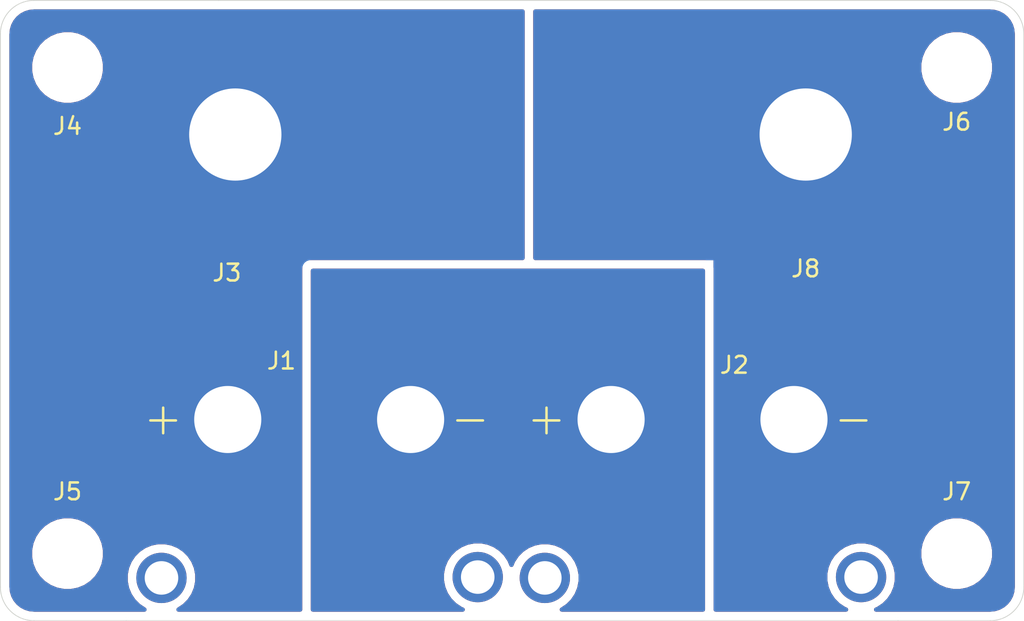
<source format=kicad_pcb>
(kicad_pcb (version 20171130) (host pcbnew 5.1.6-c6e7f7d~87~ubuntu18.04.1)

  (general
    (thickness 1.6)
    (drawings 19)
    (tracks 0)
    (zones 0)
    (modules 8)
    (nets 4)
  )

  (page A4)
  (layers
    (0 F.Cu signal hide)
    (31 B.Cu signal hide)
    (32 B.Adhes user)
    (33 F.Adhes user)
    (34 B.Paste user)
    (35 F.Paste user)
    (36 B.SilkS user)
    (37 F.SilkS user)
    (38 B.Mask user hide)
    (39 F.Mask user hide)
    (40 Dwgs.User user hide)
    (41 Cmts.User user hide)
    (42 Eco1.User user hide)
    (43 Eco2.User user hide)
    (44 Edge.Cuts user)
    (45 Margin user hide)
    (46 B.CrtYd user hide)
    (47 F.CrtYd user hide)
    (48 B.Fab user hide)
    (49 F.Fab user hide)
  )

  (setup
    (last_trace_width 0.25)
    (user_trace_width 7.5)
    (user_trace_width 10)
    (user_trace_width 20)
    (trace_clearance 0.2)
    (zone_clearance 0.508)
    (zone_45_only no)
    (trace_min 0.2)
    (via_size 0.8)
    (via_drill 0.4)
    (via_min_size 0.4)
    (via_min_drill 0.3)
    (uvia_size 0.3)
    (uvia_drill 0.1)
    (uvias_allowed no)
    (uvia_min_size 0.2)
    (uvia_min_drill 0.1)
    (edge_width 0.05)
    (segment_width 0.2)
    (pcb_text_width 0.3)
    (pcb_text_size 1.5 1.5)
    (mod_edge_width 0.12)
    (mod_text_size 1 1)
    (mod_text_width 0.15)
    (pad_size 5.5 5.5)
    (pad_drill 4)
    (pad_to_mask_clearance 0.1)
    (solder_mask_min_width 0.25)
    (aux_axis_origin 19.75 20.75)
    (visible_elements FFFFEFFF)
    (pcbplotparams
      (layerselection 0x010fc_ffffffff)
      (usegerberextensions true)
      (usegerberattributes false)
      (usegerberadvancedattributes false)
      (creategerberjobfile false)
      (excludeedgelayer true)
      (linewidth 0.100000)
      (plotframeref false)
      (viasonmask true)
      (mode 1)
      (useauxorigin true)
      (hpglpennumber 1)
      (hpglpenspeed 20)
      (hpglpendiameter 15.000000)
      (psnegative false)
      (psa4output false)
      (plotreference true)
      (plotvalue true)
      (plotinvisibletext false)
      (padsonsilk false)
      (subtractmaskfromsilk false)
      (outputformat 1)
      (mirror false)
      (drillshape 0)
      (scaleselection 1)
      (outputdirectory "garber/"))
  )

  (net 0 "")
  (net 1 "Net-(J1-Pad2)")
  (net 2 VCC)
  (net 3 GND)

  (net_class Default "This is the default net class."
    (clearance 0.2)
    (trace_width 0.25)
    (via_dia 0.8)
    (via_drill 0.4)
    (uvia_dia 0.3)
    (uvia_drill 0.1)
    (add_net GND)
    (add_net "Net-(J1-Pad2)")
    (add_net VCC)
  )

  (module xt_connector:R6-bolt (layer F.Cu) (tedit 5F5733B5) (tstamp 5F5735A3)
    (at 67.8 20.2)
    (path /5F574D3A)
    (fp_text reference J8 (at 0.2 16.8) (layer F.SilkS)
      (effects (font (size 1 1) (thickness 0.15)))
    )
    (fp_text value "minus -" (at 0 -0.5) (layer F.Fab)
      (effects (font (size 1 1) (thickness 0.15)))
    )
    (pad 1 thru_hole circle (at 0.2 8.8) (size 13 13) (drill 5.5) (layers *.Cu *.Mask)
      (net 3 GND))
  )

  (module xt_connector:R6-bolt (layer F.Cu) (tedit 5F5733B5) (tstamp 5F643C1D)
    (at 33.8 20.2)
    (path /5F5746DE)
    (fp_text reference J3 (at -0.3 17.05) (layer F.SilkS)
      (effects (font (size 1 1) (thickness 0.15)))
    )
    (fp_text value "plus +" (at 0 -0.5) (layer F.Fab)
      (effects (font (size 1 1) (thickness 0.15)))
    )
    (pad 1 thru_hole circle (at 0.2 8.8) (size 13 13) (drill 5.5) (layers *.Cu *.Mask)
      (net 2 VCC))
  )

  (module MountingHole:MountingHole_2.7mm_M2.5 (layer F.Cu) (tedit 5F55A1CB) (tstamp 5EA643F2)
    (at 77 54)
    (descr "Mounting Hole 2.7mm, no annular, M2.5")
    (tags "mounting hole 2.7mm no annular m2.5")
    (path /5EA65C46)
    (attr virtual)
    (fp_text reference J7 (at 0 -3.7) (layer F.SilkS)
      (effects (font (size 1 1) (thickness 0.15)))
    )
    (fp_text value Conn_01x01_Male (at 0 3.7) (layer F.Fab)
      (effects (font (size 1 1) (thickness 0.15)))
    )
    (fp_circle (center 0 0) (end 2.95 0) (layer F.CrtYd) (width 0.05))
    (fp_circle (center 0 0) (end 2.7 0) (layer Cmts.User) (width 0.15))
    (fp_text user %R (at 0.3 0) (layer F.Fab)
      (effects (font (size 1 1) (thickness 0.15)))
    )
    (pad "" np_thru_hole circle (at 0 0) (size 3.2 3.2) (drill 3.2) (layers *.Cu *.Mask))
  )

  (module MountingHole:MountingHole_2.7mm_M2.5 (layer F.Cu) (tedit 5F55A207) (tstamp 5EA643DD)
    (at 77 25)
    (descr "Mounting Hole 2.7mm, no annular, M2.5")
    (tags "mounting hole 2.7mm no annular m2.5")
    (path /5EA65A4E)
    (attr virtual)
    (fp_text reference J6 (at 0 3.25) (layer F.SilkS)
      (effects (font (size 1 1) (thickness 0.15)))
    )
    (fp_text value Conn_01x01_Male (at 0 3.7) (layer F.Fab)
      (effects (font (size 1 1) (thickness 0.15)))
    )
    (fp_circle (center 0 0) (end 2.95 0) (layer F.CrtYd) (width 0.05))
    (fp_circle (center 0 0) (end 2.7 0) (layer Cmts.User) (width 0.15))
    (fp_text user %R (at 0.3 0) (layer F.Fab)
      (effects (font (size 1 1) (thickness 0.15)))
    )
    (pad "" np_thru_hole circle (at 0 0) (size 3.2 3.2) (drill 3.2) (layers *.Cu *.Mask))
  )

  (module MountingHole:MountingHole_2.7mm_M2.5 (layer F.Cu) (tedit 5F55A23F) (tstamp 5EA644D6)
    (at 24 54)
    (descr "Mounting Hole 2.7mm, no annular, M2.5")
    (tags "mounting hole 2.7mm no annular m2.5")
    (path /5EA65961)
    (attr virtual)
    (fp_text reference J5 (at 0 -3.7) (layer F.SilkS)
      (effects (font (size 1 1) (thickness 0.15)))
    )
    (fp_text value Conn_01x01_Male (at 0 3.7) (layer F.Fab)
      (effects (font (size 1 1) (thickness 0.15)))
    )
    (fp_circle (center 0 0) (end 2.95 0) (layer F.CrtYd) (width 0.05))
    (fp_circle (center 0 0) (end 2.7 0) (layer Cmts.User) (width 0.15))
    (fp_text user %R (at 0.3 0) (layer F.Fab)
      (effects (font (size 1 1) (thickness 0.15)))
    )
    (pad "" np_thru_hole circle (at 0 0) (size 3.2 3.2) (drill 3.2) (layers *.Cu *.Mask))
  )

  (module MountingHole:MountingHole_2.7mm_M2.5 (layer F.Cu) (tedit 5F55A22A) (tstamp 5EA64437)
    (at 24 25)
    (descr "Mounting Hole 2.7mm, no annular, M2.5")
    (tags "mounting hole 2.7mm no annular m2.5")
    (path /5EA64B4A)
    (attr virtual)
    (fp_text reference J4 (at 0 3.5) (layer F.SilkS)
      (effects (font (size 1 1) (thickness 0.15)))
    )
    (fp_text value Conn_01x01_Male (at 0 3.7) (layer F.Fab)
      (effects (font (size 1 1) (thickness 0.15)))
    )
    (fp_circle (center 0 0) (end 2.95 0) (layer F.CrtYd) (width 0.05))
    (fp_circle (center 0 0) (end 2.7 0) (layer Cmts.User) (width 0.15))
    (fp_text user %R (at 0.3 0) (layer F.Fab)
      (effects (font (size 1 1) (thickness 0.15)))
    )
    (pad "" np_thru_hole circle (at 0 0) (size 3.2 3.2) (drill 3.2) (layers *.Cu *.Mask))
  )

  (module xt_connector:XT90 (layer F.Cu) (tedit 5EA63EDE) (tstamp 5F643C41)
    (at 61.85 46)
    (path /5EA3BF0A)
    (fp_text reference J2 (at 1.9 -3.25) (layer F.SilkS)
      (effects (font (size 1 1) (thickness 0.15)))
    )
    (fp_text value Barrel_Jack_MountingPin (at 0 -4.3) (layer F.Fab)
      (effects (font (size 1 1) (thickness 0.15)))
    )
    (fp_text user - (at 9 -0.1) (layer F.SilkS)
      (effects (font (size 2 2) (thickness 0.15)))
    )
    (fp_text user + (at -9.3 -0.1) (layer F.SilkS)
      (effects (font (size 2 2) (thickness 0.15)))
    )
    (pad MP thru_hole circle (at -9.4 9.45) (size 3 3) (drill 2) (layers *.Cu *.Mask))
    (pad MP2 thru_hole circle (at 9.45 9.4) (size 3 3) (drill 2) (layers *.Cu *.Mask))
    (pad 2 thru_hole circle (at 5.45 0) (size 5 5) (drill 4) (layers *.Cu *.Mask)
      (net 3 GND))
    (pad 1 thru_hole circle (at -5.45 0) (size 5 5) (drill 4) (layers *.Cu *.Mask)
      (net 1 "Net-(J1-Pad2)"))
  )

  (module xt_connector:XT90 (layer F.Cu) (tedit 5EA63EDE) (tstamp 5EA643B2)
    (at 39 46)
    (path /5EA3B4E7)
    (fp_text reference J1 (at -2.25 -3.5) (layer F.SilkS)
      (effects (font (size 1 1) (thickness 0.15)))
    )
    (fp_text value Barrel_Jack_MountingPin (at 0 -4.3) (layer F.Fab)
      (effects (font (size 1 1) (thickness 0.15)))
    )
    (fp_text user - (at 9 -0.1) (layer F.SilkS)
      (effects (font (size 2 2) (thickness 0.15)))
    )
    (fp_text user + (at -9.3 -0.1) (layer F.SilkS)
      (effects (font (size 2 2) (thickness 0.15)))
    )
    (pad MP thru_hole circle (at -9.4 9.45) (size 3 3) (drill 2) (layers *.Cu *.Mask))
    (pad MP2 thru_hole circle (at 9.45 9.4) (size 3 3) (drill 2) (layers *.Cu *.Mask))
    (pad 2 thru_hole circle (at 5.45 0) (size 5 5) (drill 4) (layers *.Cu *.Mask)
      (net 1 "Net-(J1-Pad2)"))
    (pad 1 thru_hole circle (at -5.45 0) (size 5 5) (drill 4) (layers *.Cu *.Mask)
      (net 2 VCC))
  )

  (dimension 22 (width 0.15) (layer Eco2.User)
    (gr_text "22.000 mm" (at 93.55 47 90) (layer Eco2.User)
      (effects (font (size 1 1) (thickness 0.15)))
    )
    (feature1 (pts (xy 69.25 36) (xy 92.836421 36)))
    (feature2 (pts (xy 69.25 58) (xy 92.836421 58)))
    (crossbar (pts (xy 92.25 58) (xy 92.25 36)))
    (arrow1a (pts (xy 92.25 36) (xy 92.836421 37.126504)))
    (arrow1b (pts (xy 92.25 36) (xy 91.663579 37.126504)))
    (arrow2a (pts (xy 92.25 58) (xy 92.836421 56.873496)))
    (arrow2b (pts (xy 92.25 58) (xy 91.663579 56.873496)))
  )
  (dimension 2.75 (width 0.15) (layer Eco2.User)
    (gr_text "2.750 mm" (at 75.625 62.3) (layer Eco2.User)
      (effects (font (size 1 1) (thickness 0.15)))
    )
    (feature1 (pts (xy 77 54) (xy 77 61.586421)))
    (feature2 (pts (xy 74.25 54) (xy 74.25 61.586421)))
    (crossbar (pts (xy 74.25 61) (xy 77 61)))
    (arrow1a (pts (xy 77 61) (xy 75.873496 61.586421)))
    (arrow1b (pts (xy 77 61) (xy 75.873496 60.413579)))
    (arrow2a (pts (xy 74.25 61) (xy 75.376504 61.586421)))
    (arrow2b (pts (xy 74.25 61) (xy 75.376504 60.413579)))
  )
  (dimension 4.007805 (width 0.15) (layer Eco2.User)
    (gr_text "4.008 mm" (at 87.605347 23.655022 86.42366563) (layer Eco2.User)
      (effects (font (size 1 1) (thickness 0.15)))
    )
    (feature1 (pts (xy 77 25) (xy 86.768158 25.61051)))
    (feature2 (pts (xy 77.25 21) (xy 87.018158 21.61051)))
    (crossbar (pts (xy 86.432879 21.57393) (xy 86.182879 25.57393)))
    (arrow1a (pts (xy 86.182879 25.57393) (xy 85.66787 24.41304)))
    (arrow1b (pts (xy 86.182879 25.57393) (xy 86.838427 24.4862)))
    (arrow2a (pts (xy 86.432879 21.57393) (xy 85.777331 22.66166)))
    (arrow2b (pts (xy 86.432879 21.57393) (xy 86.947888 22.73482)))
  )
  (dimension 4 (width 0.15) (layer Eco2.User)
    (gr_text "4.000 mm" (at 79 14.2) (layer Eco2.User)
      (effects (font (size 1 1) (thickness 0.15)))
    )
    (feature1 (pts (xy 81 25) (xy 81 14.913579)))
    (feature2 (pts (xy 77 25) (xy 77 14.913579)))
    (crossbar (pts (xy 77 15.5) (xy 81 15.5)))
    (arrow1a (pts (xy 81 15.5) (xy 79.873496 16.086421)))
    (arrow1b (pts (xy 81 15.5) (xy 79.873496 14.913579)))
    (arrow2a (pts (xy 77 15.5) (xy 78.126504 16.086421)))
    (arrow2b (pts (xy 77 15.5) (xy 78.126504 14.913579)))
  )
  (dimension 4 (width 0.15) (layer Eco2.User)
    (gr_text "4.000 mm" (at 88.8 56 270) (layer Eco2.User)
      (effects (font (size 1 1) (thickness 0.15)))
    )
    (feature1 (pts (xy 77 58) (xy 88.086421 58)))
    (feature2 (pts (xy 77 54) (xy 88.086421 54)))
    (crossbar (pts (xy 87.5 54) (xy 87.5 58)))
    (arrow1a (pts (xy 87.5 58) (xy 86.913579 56.873496)))
    (arrow1b (pts (xy 87.5 58) (xy 88.086421 56.873496)))
    (arrow2a (pts (xy 87.5 54) (xy 86.913579 55.126504)))
    (arrow2b (pts (xy 87.5 54) (xy 88.086421 55.126504)))
  )
  (dimension 4 (width 0.15) (layer Eco2.User)
    (gr_text "4.000 mm" (at 79 65.55) (layer Eco2.User)
      (effects (font (size 1 1) (thickness 0.15)))
    )
    (feature1 (pts (xy 81 54) (xy 81 64.836421)))
    (feature2 (pts (xy 77 54) (xy 77 64.836421)))
    (crossbar (pts (xy 77 64.25) (xy 81 64.25)))
    (arrow1a (pts (xy 81 64.25) (xy 79.873496 64.836421)))
    (arrow1b (pts (xy 81 64.25) (xy 79.873496 63.663579)))
    (arrow2a (pts (xy 77 64.25) (xy 78.126504 64.836421)))
    (arrow2b (pts (xy 77 64.25) (xy 78.126504 63.663579)))
  )
  (dimension 61 (width 0.15) (layer Eco1.User) (tstamp 5EA64710)
    (gr_text "61.000 mm" (at 50.5 70.8) (layer Eco1.User) (tstamp 5EA64710)
      (effects (font (size 1 1) (thickness 0.15)))
    )
    (feature1 (pts (xy 20 56) (xy 20 70.086421)))
    (feature2 (pts (xy 81 56) (xy 81 70.086421)))
    (crossbar (pts (xy 81 69.5) (xy 20 69.5)))
    (arrow1a (pts (xy 20 69.5) (xy 21.126504 68.913579)))
    (arrow1b (pts (xy 20 69.5) (xy 21.126504 70.086421)))
    (arrow2a (pts (xy 81 69.5) (xy 79.873496 68.913579)))
    (arrow2b (pts (xy 81 69.5) (xy 79.873496 70.086421)))
  )
  (gr_line (start 79 58) (end 73.5 58) (layer Edge.Cuts) (width 0.05) (tstamp 5EA64544))
  (gr_line (start 22 21) (end 33 21) (layer Edge.Cuts) (width 0.05) (tstamp 5EA64543))
  (gr_line (start 27.5 58) (end 22 58) (layer Edge.Cuts) (width 0.05) (tstamp 5EA64542))
  (gr_line (start 81 56) (end 81 23) (layer Edge.Cuts) (width 0.05) (tstamp 5EA64401))
  (dimension 37 (width 0.15) (layer Eco1.User)
    (gr_text "37.000 mm" (at 15.2 39.5 270) (layer Eco1.User)
      (effects (font (size 1 1) (thickness 0.15)))
    )
    (feature1 (pts (xy 23 58) (xy 15.913579 58)))
    (feature2 (pts (xy 23 21) (xy 15.913579 21)))
    (crossbar (pts (xy 16.5 21) (xy 16.5 58)))
    (arrow1a (pts (xy 16.5 58) (xy 15.913579 56.873496)))
    (arrow1b (pts (xy 16.5 58) (xy 17.086421 56.873496)))
    (arrow2a (pts (xy 16.5 21) (xy 15.913579 22.126504)))
    (arrow2b (pts (xy 16.5 21) (xy 17.086421 22.126504)))
  )
  (gr_line (start 33 21) (end 79 21) (layer Edge.Cuts) (width 0.05) (tstamp 5EA64446))
  (gr_arc (start 22 23) (end 22 21) (angle -90) (layer Edge.Cuts) (width 0.05) (tstamp 5EA6442E))
  (gr_arc (start 79 23) (end 81 23) (angle -90) (layer Edge.Cuts) (width 0.05) (tstamp 5EA64422))
  (gr_arc (start 79 56) (end 79 58) (angle -90) (layer Edge.Cuts) (width 0.05) (tstamp 5EA6441F))
  (gr_arc (start 22 56) (end 20 56) (angle -90) (layer Edge.Cuts) (width 0.05) (tstamp 5EA64425))
  (gr_line (start 73.5 58) (end 27.5 58) (layer Edge.Cuts) (width 0.05) (tstamp 5EA64709))
  (gr_line (start 20 23) (end 20 56) (layer Edge.Cuts) (width 0.05) (tstamp 5EA644BE))

  (zone (net 1) (net_name "Net-(J1-Pad2)") (layer F.Cu) (tstamp 5F643C8A) (hatch edge 0.508)
    (priority 3)
    (connect_pads yes (clearance 0.508))
    (min_thickness 0.254)
    (fill yes (arc_segments 32) (thermal_gap 0.508) (thermal_bridge_width 0.508))
    (polygon
      (pts
        (xy 62 58) (xy 38.5 58) (xy 38.5 37) (xy 62 37)
      )
    )
    (filled_polygon
      (pts
        (xy 61.873 57.34) (xy 53.464313 57.34) (xy 53.810983 57.108363) (xy 54.108363 56.810983) (xy 54.342012 56.461302)
        (xy 54.502953 56.072756) (xy 54.585 55.660279) (xy 54.585 55.239721) (xy 54.502953 54.827244) (xy 54.342012 54.438698)
        (xy 54.108363 54.089017) (xy 53.810983 53.791637) (xy 53.461302 53.557988) (xy 53.072756 53.397047) (xy 52.660279 53.315)
        (xy 52.239721 53.315) (xy 51.827244 53.397047) (xy 51.438698 53.557988) (xy 51.089017 53.791637) (xy 50.791637 54.089017)
        (xy 50.557988 54.438698) (xy 50.460355 54.674404) (xy 50.342012 54.388698) (xy 50.108363 54.039017) (xy 49.810983 53.741637)
        (xy 49.461302 53.507988) (xy 49.072756 53.347047) (xy 48.660279 53.265) (xy 48.239721 53.265) (xy 47.827244 53.347047)
        (xy 47.438698 53.507988) (xy 47.089017 53.741637) (xy 46.791637 54.039017) (xy 46.557988 54.388698) (xy 46.397047 54.777244)
        (xy 46.315 55.189721) (xy 46.315 55.610279) (xy 46.397047 56.022756) (xy 46.557988 56.411302) (xy 46.791637 56.760983)
        (xy 47.089017 57.058363) (xy 47.438698 57.292012) (xy 47.554551 57.34) (xy 38.627 57.34) (xy 38.627 37.127)
        (xy 61.873 37.127)
      )
    )
  )
  (zone (net 1) (net_name "Net-(J1-Pad2)") (layer B.Cu) (tstamp 5F643C87) (hatch edge 0.508)
    (priority 3)
    (connect_pads yes (clearance 0.508))
    (min_thickness 0.254)
    (fill yes (arc_segments 32) (thermal_gap 0.508) (thermal_bridge_width 0.508))
    (polygon
      (pts
        (xy 62 58) (xy 38.5 58) (xy 38.5 37) (xy 62 37)
      )
    )
    (filled_polygon
      (pts
        (xy 61.873 57.34) (xy 53.464313 57.34) (xy 53.810983 57.108363) (xy 54.108363 56.810983) (xy 54.342012 56.461302)
        (xy 54.502953 56.072756) (xy 54.585 55.660279) (xy 54.585 55.239721) (xy 54.502953 54.827244) (xy 54.342012 54.438698)
        (xy 54.108363 54.089017) (xy 53.810983 53.791637) (xy 53.461302 53.557988) (xy 53.072756 53.397047) (xy 52.660279 53.315)
        (xy 52.239721 53.315) (xy 51.827244 53.397047) (xy 51.438698 53.557988) (xy 51.089017 53.791637) (xy 50.791637 54.089017)
        (xy 50.557988 54.438698) (xy 50.460355 54.674404) (xy 50.342012 54.388698) (xy 50.108363 54.039017) (xy 49.810983 53.741637)
        (xy 49.461302 53.507988) (xy 49.072756 53.347047) (xy 48.660279 53.265) (xy 48.239721 53.265) (xy 47.827244 53.347047)
        (xy 47.438698 53.507988) (xy 47.089017 53.741637) (xy 46.791637 54.039017) (xy 46.557988 54.388698) (xy 46.397047 54.777244)
        (xy 46.315 55.189721) (xy 46.315 55.610279) (xy 46.397047 56.022756) (xy 46.557988 56.411302) (xy 46.791637 56.760983)
        (xy 47.089017 57.058363) (xy 47.438698 57.292012) (xy 47.554551 57.34) (xy 38.627 57.34) (xy 38.627 37.127)
        (xy 61.873 37.127)
      )
    )
  )
  (zone (net 0) (net_name "") (layers F&B.Cu) (tstamp 5EA6470C) (hatch edge 0.508)
    (connect_pads (clearance 0.508))
    (min_thickness 0.254)
    (keepout (tracks not_allowed) (vias not_allowed) (copperpour allowed))
    (fill (arc_segments 32) (thermal_gap 0.508) (thermal_bridge_width 0.508))
    (polygon
      (pts
        (xy 62.5 57.891935) (xy 62 57.891935) (xy 62 36.891935) (xy 62.5 36.891935)
      )
    )
  )
  (zone (net 0) (net_name "") (layers F&B.Cu) (tstamp 0) (hatch edge 0.508)
    (connect_pads (clearance 0.508))
    (min_thickness 0.254)
    (keepout (tracks not_allowed) (vias not_allowed) (copperpour allowed))
    (fill (arc_segments 32) (thermal_gap 0.508) (thermal_bridge_width 0.508))
    (polygon
      (pts
        (xy 62.61656 37) (xy 38.61656 37) (xy 38.61656 36.5) (xy 62.61656 36.5)
      )
    )
  )
  (zone (net 0) (net_name "") (layers F&B.Cu) (tstamp 0) (hatch edge 0.508)
    (connect_pads (clearance 0.508))
    (min_thickness 0.254)
    (keepout (tracks not_allowed) (vias not_allowed) (copperpour allowed))
    (fill (arc_segments 32) (thermal_gap 0.508) (thermal_bridge_width 0.508))
    (polygon
      (pts
        (xy 62.5 58) (xy 62 58) (xy 62 37) (xy 62.5 37)
      )
    )
  )
  (zone (net 3) (net_name GND) (layer F.Cu) (tstamp 5F643C84) (hatch edge 0.508)
    (priority 1)
    (connect_pads yes (clearance 0.508))
    (min_thickness 0.254)
    (fill yes (arc_segments 32) (thermal_gap 0.508) (thermal_bridge_width 0.508))
    (polygon
      (pts
        (xy 81 58) (xy 62.5 58) (xy 62.5 36.5) (xy 51.75 36.5) (xy 51.75 21)
        (xy 81 21)
      )
    )
    (filled_polygon
      (pts
        (xy 79.259659 21.688625) (xy 79.509429 21.764035) (xy 79.739792 21.886522) (xy 79.94198 22.051422) (xy 80.108286 22.25245)
        (xy 80.232378 22.481954) (xy 80.309531 22.731195) (xy 80.340001 23.021098) (xy 80.34 55.967721) (xy 80.311375 56.25966)
        (xy 80.235965 56.509429) (xy 80.113477 56.739794) (xy 79.948579 56.941979) (xy 79.747546 57.108288) (xy 79.518046 57.232378)
        (xy 79.268805 57.309531) (xy 78.978911 57.34) (xy 72.195449 57.34) (xy 72.311302 57.292012) (xy 72.660983 57.058363)
        (xy 72.958363 56.760983) (xy 73.192012 56.411302) (xy 73.352953 56.022756) (xy 73.435 55.610279) (xy 73.435 55.189721)
        (xy 73.352953 54.777244) (xy 73.192012 54.388698) (xy 72.958363 54.039017) (xy 72.699218 53.779872) (xy 74.765 53.779872)
        (xy 74.765 54.220128) (xy 74.85089 54.651925) (xy 75.019369 55.058669) (xy 75.263962 55.424729) (xy 75.575271 55.736038)
        (xy 75.941331 55.980631) (xy 76.348075 56.14911) (xy 76.779872 56.235) (xy 77.220128 56.235) (xy 77.651925 56.14911)
        (xy 78.058669 55.980631) (xy 78.424729 55.736038) (xy 78.736038 55.424729) (xy 78.980631 55.058669) (xy 79.14911 54.651925)
        (xy 79.235 54.220128) (xy 79.235 53.779872) (xy 79.14911 53.348075) (xy 78.980631 52.941331) (xy 78.736038 52.575271)
        (xy 78.424729 52.263962) (xy 78.058669 52.019369) (xy 77.651925 51.85089) (xy 77.220128 51.765) (xy 76.779872 51.765)
        (xy 76.348075 51.85089) (xy 75.941331 52.019369) (xy 75.575271 52.263962) (xy 75.263962 52.575271) (xy 75.019369 52.941331)
        (xy 74.85089 53.348075) (xy 74.765 53.779872) (xy 72.699218 53.779872) (xy 72.660983 53.741637) (xy 72.311302 53.507988)
        (xy 71.922756 53.347047) (xy 71.510279 53.265) (xy 71.089721 53.265) (xy 70.677244 53.347047) (xy 70.288698 53.507988)
        (xy 69.939017 53.741637) (xy 69.641637 54.039017) (xy 69.407988 54.388698) (xy 69.247047 54.777244) (xy 69.165 55.189721)
        (xy 69.165 55.610279) (xy 69.247047 56.022756) (xy 69.407988 56.411302) (xy 69.641637 56.760983) (xy 69.939017 57.058363)
        (xy 70.288698 57.292012) (xy 70.404551 57.34) (xy 62.635 57.34) (xy 62.635 37) (xy 62.627 36.918773)
        (xy 62.627 36.5) (xy 62.62456 36.475224) (xy 62.617333 36.451399) (xy 62.605597 36.429443) (xy 62.589803 36.410197)
        (xy 62.570557 36.394403) (xy 62.548601 36.382667) (xy 62.524776 36.37544) (xy 62.5 36.373) (xy 62.081227 36.373)
        (xy 62 36.365) (xy 51.885 36.365) (xy 51.885 24.779872) (xy 74.765 24.779872) (xy 74.765 25.220128)
        (xy 74.85089 25.651925) (xy 75.019369 26.058669) (xy 75.263962 26.424729) (xy 75.575271 26.736038) (xy 75.941331 26.980631)
        (xy 76.348075 27.14911) (xy 76.779872 27.235) (xy 77.220128 27.235) (xy 77.651925 27.14911) (xy 78.058669 26.980631)
        (xy 78.424729 26.736038) (xy 78.736038 26.424729) (xy 78.980631 26.058669) (xy 79.14911 25.651925) (xy 79.235 25.220128)
        (xy 79.235 24.779872) (xy 79.14911 24.348075) (xy 78.980631 23.941331) (xy 78.736038 23.575271) (xy 78.424729 23.263962)
        (xy 78.058669 23.019369) (xy 77.651925 22.85089) (xy 77.220128 22.765) (xy 76.779872 22.765) (xy 76.348075 22.85089)
        (xy 75.941331 23.019369) (xy 75.575271 23.263962) (xy 75.263962 23.575271) (xy 75.019369 23.941331) (xy 74.85089 24.348075)
        (xy 74.765 24.779872) (xy 51.885 24.779872) (xy 51.885 21.66) (xy 78.967721 21.66)
      )
    )
  )
  (zone (net 3) (net_name GND) (layer B.Cu) (tstamp 5F643C81) (hatch edge 0.508)
    (priority 1)
    (connect_pads yes (clearance 0.508))
    (min_thickness 0.254)
    (fill yes (arc_segments 32) (thermal_gap 0.508) (thermal_bridge_width 0.508))
    (polygon
      (pts
        (xy 81 58) (xy 62.5 58) (xy 62.5 36.5) (xy 51.75 36.5) (xy 51.75 21)
        (xy 81 21)
      )
    )
    (filled_polygon
      (pts
        (xy 79.259659 21.688625) (xy 79.509429 21.764035) (xy 79.739792 21.886522) (xy 79.94198 22.051422) (xy 80.108286 22.25245)
        (xy 80.232378 22.481954) (xy 80.309531 22.731195) (xy 80.340001 23.021098) (xy 80.34 55.967721) (xy 80.311375 56.25966)
        (xy 80.235965 56.509429) (xy 80.113477 56.739794) (xy 79.948579 56.941979) (xy 79.747546 57.108288) (xy 79.518046 57.232378)
        (xy 79.268805 57.309531) (xy 78.978911 57.34) (xy 72.195449 57.34) (xy 72.311302 57.292012) (xy 72.660983 57.058363)
        (xy 72.958363 56.760983) (xy 73.192012 56.411302) (xy 73.352953 56.022756) (xy 73.435 55.610279) (xy 73.435 55.189721)
        (xy 73.352953 54.777244) (xy 73.192012 54.388698) (xy 72.958363 54.039017) (xy 72.699218 53.779872) (xy 74.765 53.779872)
        (xy 74.765 54.220128) (xy 74.85089 54.651925) (xy 75.019369 55.058669) (xy 75.263962 55.424729) (xy 75.575271 55.736038)
        (xy 75.941331 55.980631) (xy 76.348075 56.14911) (xy 76.779872 56.235) (xy 77.220128 56.235) (xy 77.651925 56.14911)
        (xy 78.058669 55.980631) (xy 78.424729 55.736038) (xy 78.736038 55.424729) (xy 78.980631 55.058669) (xy 79.14911 54.651925)
        (xy 79.235 54.220128) (xy 79.235 53.779872) (xy 79.14911 53.348075) (xy 78.980631 52.941331) (xy 78.736038 52.575271)
        (xy 78.424729 52.263962) (xy 78.058669 52.019369) (xy 77.651925 51.85089) (xy 77.220128 51.765) (xy 76.779872 51.765)
        (xy 76.348075 51.85089) (xy 75.941331 52.019369) (xy 75.575271 52.263962) (xy 75.263962 52.575271) (xy 75.019369 52.941331)
        (xy 74.85089 53.348075) (xy 74.765 53.779872) (xy 72.699218 53.779872) (xy 72.660983 53.741637) (xy 72.311302 53.507988)
        (xy 71.922756 53.347047) (xy 71.510279 53.265) (xy 71.089721 53.265) (xy 70.677244 53.347047) (xy 70.288698 53.507988)
        (xy 69.939017 53.741637) (xy 69.641637 54.039017) (xy 69.407988 54.388698) (xy 69.247047 54.777244) (xy 69.165 55.189721)
        (xy 69.165 55.610279) (xy 69.247047 56.022756) (xy 69.407988 56.411302) (xy 69.641637 56.760983) (xy 69.939017 57.058363)
        (xy 70.288698 57.292012) (xy 70.404551 57.34) (xy 62.635 57.34) (xy 62.635 37) (xy 62.627 36.918773)
        (xy 62.627 36.5) (xy 62.62456 36.475224) (xy 62.617333 36.451399) (xy 62.605597 36.429443) (xy 62.589803 36.410197)
        (xy 62.570557 36.394403) (xy 62.548601 36.382667) (xy 62.524776 36.37544) (xy 62.5 36.373) (xy 62.081227 36.373)
        (xy 62 36.365) (xy 51.885 36.365) (xy 51.885 24.779872) (xy 74.765 24.779872) (xy 74.765 25.220128)
        (xy 74.85089 25.651925) (xy 75.019369 26.058669) (xy 75.263962 26.424729) (xy 75.575271 26.736038) (xy 75.941331 26.980631)
        (xy 76.348075 27.14911) (xy 76.779872 27.235) (xy 77.220128 27.235) (xy 77.651925 27.14911) (xy 78.058669 26.980631)
        (xy 78.424729 26.736038) (xy 78.736038 26.424729) (xy 78.980631 26.058669) (xy 79.14911 25.651925) (xy 79.235 25.220128)
        (xy 79.235 24.779872) (xy 79.14911 24.348075) (xy 78.980631 23.941331) (xy 78.736038 23.575271) (xy 78.424729 23.263962)
        (xy 78.058669 23.019369) (xy 77.651925 22.85089) (xy 77.220128 22.765) (xy 76.779872 22.765) (xy 76.348075 22.85089)
        (xy 75.941331 23.019369) (xy 75.575271 23.263962) (xy 75.263962 23.575271) (xy 75.019369 23.941331) (xy 74.85089 24.348075)
        (xy 74.765 24.779872) (xy 51.885 24.779872) (xy 51.885 21.66) (xy 78.967721 21.66)
      )
    )
  )
  (zone (net 0) (net_name "") (layers F&B.Cu) (tstamp 0) (hatch edge 0.508)
    (connect_pads (clearance 0.508))
    (min_thickness 0.254)
    (keepout (tracks not_allowed) (vias not_allowed) (copperpour allowed))
    (fill (arc_segments 32) (thermal_gap 0.508) (thermal_bridge_width 0.508))
    (polygon
      (pts
        (xy 51.75 36.5) (xy 51.25 36.5) (xy 51.25 21) (xy 51.75 21)
      )
    )
  )
  (zone (net 2) (net_name VCC) (layer B.Cu) (tstamp 5F643C7E) (hatch edge 0.508)
    (priority 2)
    (connect_pads yes (clearance 0.508))
    (min_thickness 0.254)
    (fill yes (arc_segments 32) (thermal_gap 0.508) (thermal_bridge_width 0.508))
    (polygon
      (pts
        (xy 51.25 36.5) (xy 38.5 36.5) (xy 38.5 58) (xy 20 58) (xy 20 21)
        (xy 51.25 21)
      )
    )
    (filled_polygon
      (pts
        (xy 51.123 36.365) (xy 38.5 36.365) (xy 38.376118 36.377201) (xy 38.256996 36.413336) (xy 38.147213 36.472017)
        (xy 38.050987 36.550987) (xy 37.972017 36.647213) (xy 37.913336 36.756996) (xy 37.877201 36.876118) (xy 37.865 37)
        (xy 37.865 57.34) (xy 30.614313 57.34) (xy 30.960983 57.108363) (xy 31.258363 56.810983) (xy 31.492012 56.461302)
        (xy 31.652953 56.072756) (xy 31.735 55.660279) (xy 31.735 55.239721) (xy 31.652953 54.827244) (xy 31.492012 54.438698)
        (xy 31.258363 54.089017) (xy 30.960983 53.791637) (xy 30.611302 53.557988) (xy 30.222756 53.397047) (xy 29.810279 53.315)
        (xy 29.389721 53.315) (xy 28.977244 53.397047) (xy 28.588698 53.557988) (xy 28.239017 53.791637) (xy 27.941637 54.089017)
        (xy 27.707988 54.438698) (xy 27.547047 54.827244) (xy 27.465 55.239721) (xy 27.465 55.660279) (xy 27.547047 56.072756)
        (xy 27.707988 56.461302) (xy 27.941637 56.810983) (xy 28.239017 57.108363) (xy 28.585687 57.34) (xy 22.032279 57.34)
        (xy 21.74034 57.311375) (xy 21.490571 57.235965) (xy 21.260206 57.113477) (xy 21.058021 56.948579) (xy 20.891712 56.747546)
        (xy 20.767622 56.518046) (xy 20.690469 56.268805) (xy 20.66 55.978911) (xy 20.66 53.779872) (xy 21.765 53.779872)
        (xy 21.765 54.220128) (xy 21.85089 54.651925) (xy 22.019369 55.058669) (xy 22.263962 55.424729) (xy 22.575271 55.736038)
        (xy 22.941331 55.980631) (xy 23.348075 56.14911) (xy 23.779872 56.235) (xy 24.220128 56.235) (xy 24.651925 56.14911)
        (xy 25.058669 55.980631) (xy 25.424729 55.736038) (xy 25.736038 55.424729) (xy 25.980631 55.058669) (xy 26.14911 54.651925)
        (xy 26.235 54.220128) (xy 26.235 53.779872) (xy 26.14911 53.348075) (xy 25.980631 52.941331) (xy 25.736038 52.575271)
        (xy 25.424729 52.263962) (xy 25.058669 52.019369) (xy 24.651925 51.85089) (xy 24.220128 51.765) (xy 23.779872 51.765)
        (xy 23.348075 51.85089) (xy 22.941331 52.019369) (xy 22.575271 52.263962) (xy 22.263962 52.575271) (xy 22.019369 52.941331)
        (xy 21.85089 53.348075) (xy 21.765 53.779872) (xy 20.66 53.779872) (xy 20.66 24.779872) (xy 21.765 24.779872)
        (xy 21.765 25.220128) (xy 21.85089 25.651925) (xy 22.019369 26.058669) (xy 22.263962 26.424729) (xy 22.575271 26.736038)
        (xy 22.941331 26.980631) (xy 23.348075 27.14911) (xy 23.779872 27.235) (xy 24.220128 27.235) (xy 24.651925 27.14911)
        (xy 25.058669 26.980631) (xy 25.424729 26.736038) (xy 25.736038 26.424729) (xy 25.980631 26.058669) (xy 26.14911 25.651925)
        (xy 26.235 25.220128) (xy 26.235 24.779872) (xy 26.14911 24.348075) (xy 25.980631 23.941331) (xy 25.736038 23.575271)
        (xy 25.424729 23.263962) (xy 25.058669 23.019369) (xy 24.651925 22.85089) (xy 24.220128 22.765) (xy 23.779872 22.765)
        (xy 23.348075 22.85089) (xy 22.941331 23.019369) (xy 22.575271 23.263962) (xy 22.263962 23.575271) (xy 22.019369 23.941331)
        (xy 21.85089 24.348075) (xy 21.765 24.779872) (xy 20.66 24.779872) (xy 20.66 23.032279) (xy 20.688625 22.740341)
        (xy 20.764035 22.490571) (xy 20.886522 22.260208) (xy 21.051422 22.05802) (xy 21.25245 21.891714) (xy 21.481954 21.767622)
        (xy 21.731195 21.690469) (xy 22.021088 21.66) (xy 51.123 21.66)
      )
    )
  )
  (zone (net 2) (net_name VCC) (layer F.Cu) (tstamp 5F643C7B) (hatch edge 0.508)
    (priority 2)
    (connect_pads yes (clearance 0.508))
    (min_thickness 0.254)
    (fill yes (arc_segments 32) (thermal_gap 0.508) (thermal_bridge_width 0.508))
    (polygon
      (pts
        (xy 51.25 36.5) (xy 38 36.5) (xy 38 58) (xy 20 58) (xy 20 21.262712)
        (xy 25.25 21) (xy 51.25 21)
      )
    )
    (filled_polygon
      (pts
        (xy 51.123 36.365) (xy 38.5 36.365) (xy 38.418773 36.373) (xy 38 36.373) (xy 37.975224 36.37544)
        (xy 37.951399 36.382667) (xy 37.929443 36.394403) (xy 37.910197 36.410197) (xy 37.894403 36.429443) (xy 37.882667 36.451399)
        (xy 37.87544 36.475224) (xy 37.873 36.5) (xy 37.873 36.918773) (xy 37.865 37) (xy 37.865 57.34)
        (xy 30.614313 57.34) (xy 30.960983 57.108363) (xy 31.258363 56.810983) (xy 31.492012 56.461302) (xy 31.652953 56.072756)
        (xy 31.735 55.660279) (xy 31.735 55.239721) (xy 31.652953 54.827244) (xy 31.492012 54.438698) (xy 31.258363 54.089017)
        (xy 30.960983 53.791637) (xy 30.611302 53.557988) (xy 30.222756 53.397047) (xy 29.810279 53.315) (xy 29.389721 53.315)
        (xy 28.977244 53.397047) (xy 28.588698 53.557988) (xy 28.239017 53.791637) (xy 27.941637 54.089017) (xy 27.707988 54.438698)
        (xy 27.547047 54.827244) (xy 27.465 55.239721) (xy 27.465 55.660279) (xy 27.547047 56.072756) (xy 27.707988 56.461302)
        (xy 27.941637 56.810983) (xy 28.239017 57.108363) (xy 28.585687 57.34) (xy 22.032279 57.34) (xy 21.74034 57.311375)
        (xy 21.490571 57.235965) (xy 21.260206 57.113477) (xy 21.058021 56.948579) (xy 20.891712 56.747546) (xy 20.767622 56.518046)
        (xy 20.690469 56.268805) (xy 20.66 55.978911) (xy 20.66 53.779872) (xy 21.765 53.779872) (xy 21.765 54.220128)
        (xy 21.85089 54.651925) (xy 22.019369 55.058669) (xy 22.263962 55.424729) (xy 22.575271 55.736038) (xy 22.941331 55.980631)
        (xy 23.348075 56.14911) (xy 23.779872 56.235) (xy 24.220128 56.235) (xy 24.651925 56.14911) (xy 25.058669 55.980631)
        (xy 25.424729 55.736038) (xy 25.736038 55.424729) (xy 25.980631 55.058669) (xy 26.14911 54.651925) (xy 26.235 54.220128)
        (xy 26.235 53.779872) (xy 26.14911 53.348075) (xy 25.980631 52.941331) (xy 25.736038 52.575271) (xy 25.424729 52.263962)
        (xy 25.058669 52.019369) (xy 24.651925 51.85089) (xy 24.220128 51.765) (xy 23.779872 51.765) (xy 23.348075 51.85089)
        (xy 22.941331 52.019369) (xy 22.575271 52.263962) (xy 22.263962 52.575271) (xy 22.019369 52.941331) (xy 21.85089 53.348075)
        (xy 21.765 53.779872) (xy 20.66 53.779872) (xy 20.66 24.779872) (xy 21.765 24.779872) (xy 21.765 25.220128)
        (xy 21.85089 25.651925) (xy 22.019369 26.058669) (xy 22.263962 26.424729) (xy 22.575271 26.736038) (xy 22.941331 26.980631)
        (xy 23.348075 27.14911) (xy 23.779872 27.235) (xy 24.220128 27.235) (xy 24.651925 27.14911) (xy 25.058669 26.980631)
        (xy 25.424729 26.736038) (xy 25.736038 26.424729) (xy 25.980631 26.058669) (xy 26.14911 25.651925) (xy 26.235 25.220128)
        (xy 26.235 24.779872) (xy 26.14911 24.348075) (xy 25.980631 23.941331) (xy 25.736038 23.575271) (xy 25.424729 23.263962)
        (xy 25.058669 23.019369) (xy 24.651925 22.85089) (xy 24.220128 22.765) (xy 23.779872 22.765) (xy 23.348075 22.85089)
        (xy 22.941331 23.019369) (xy 22.575271 23.263962) (xy 22.263962 23.575271) (xy 22.019369 23.941331) (xy 21.85089 24.348075)
        (xy 21.765 24.779872) (xy 20.66 24.779872) (xy 20.66 23.032279) (xy 20.688625 22.740341) (xy 20.764035 22.490571)
        (xy 20.886522 22.260208) (xy 21.051422 22.05802) (xy 21.25245 21.891714) (xy 21.481954 21.767622) (xy 21.731195 21.690469)
        (xy 22.021088 21.66) (xy 51.123 21.66)
      )
    )
  )
)

</source>
